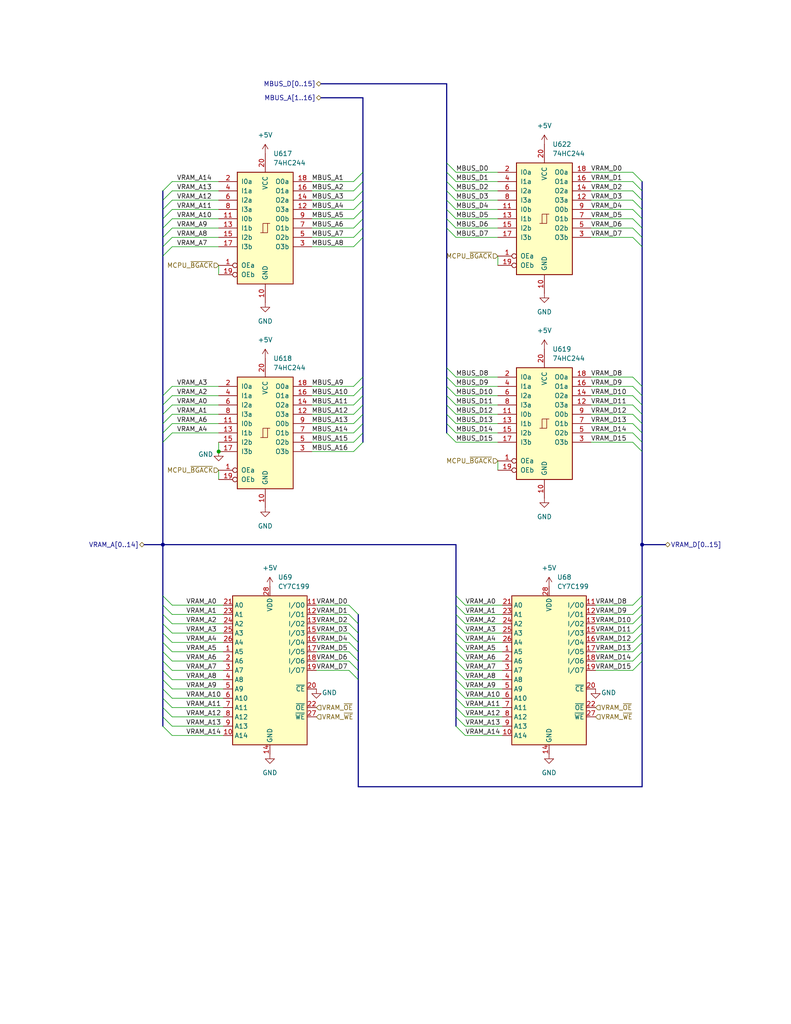
<source format=kicad_sch>
(kicad_sch (version 20231120) (generator "eeschema") (generator_version "8.0")
  (paper "A" portrait)
  (title_block (title "RA9704, Video RAM") (date "2024-12-29") (rev "002") (company "Coin-Op Collection") (comment 1 "Author: Brandon Arnold") (comment 2 "License: CC BY-NC-SA 4.0"))
  (lib_symbols
    (symbol "power:+5V" (power) (pin_numbers hide) (pin_names (offset 0) hide)
      (property "Value" "+5V" (at 0 3.556 0))
      (symbol "+5V_0_1"
        (polyline (pts (xy -0.762 1.27) (xy 0 2.54)))
        (polyline (pts (xy 0 0) (xy 0 2.54)))
        (polyline (pts (xy 0 2.54) (xy 0.762 1.27)))
      )
      (symbol "+5V_1_1"
        (pin power_in line (at 0 0 90) (length 0) (name "~") (number "1"))
      )
    )
    (symbol "power:GND" (power) (pin_numbers hide) (pin_names (offset 0) hide)
      (property "Value" "GND" (at 0 -3.81 0))
      (symbol "GND_0_1"
        (polyline (pts (xy 0 0) (xy 0 -1.27) (xy 1.27 -1.27) (xy 0 -2.54) (xy -1.27 -1.27) (xy 0 -1.27)))
      )
      (symbol "GND_1_1"
        (pin power_in line (at 0 0 270) (length 0) (name "~") (number "1"))
      )
    )
    (symbol "ra9704:74HC244" (pin_names (offset 1.016))
      (property "Reference" "U" (at -7.62 16.51 0))
      (property "Value" "74HC244" (at -7.62 -16.51 0))
      (symbol "74HC244_1_0"
        (polyline (pts (xy -0.635 -1.27) (xy -0.635 1.27) (xy 0.635 1.27)))
        (polyline (pts (xy -1.27 -1.27) (xy 0.635 -1.27) (xy 0.635 1.27) (xy 1.27 1.27)))
        (pin input inverted (at -12.7 -10.16 0) (length 5.08) (name "OEa") (number "1"))
        (pin power_in line (at 0 -20.32 90) (length 5.08) (name "GND") (number "10"))
        (pin input line (at -12.7 2.54 0) (length 5.08) (name "I0b") (number "11"))
        (pin tri_state line (at 12.7 5.08 180) (length 5.08) (name "O3a") (number "12"))
        (pin input line (at -12.7 0 0) (length 5.08) (name "I1b") (number "13"))
        (pin tri_state line (at 12.7 7.62 180) (length 5.08) (name "O2a") (number "14"))
        (pin input line (at -12.7 -2.54 0) (length 5.08) (name "I2b") (number "15"))
        (pin tri_state line (at 12.7 10.16 180) (length 5.08) (name "O1a") (number "16"))
        (pin input line (at -12.7 -5.08 0) (length 5.08) (name "I3b") (number "17"))
        (pin tri_state line (at 12.7 12.7 180) (length 5.08) (name "O0a") (number "18"))
        (pin input inverted (at -12.7 -12.7 0) (length 5.08) (name "OEb") (number "19"))
        (pin input line (at -12.7 12.7 0) (length 5.08) (name "I0a") (number "2"))
        (pin power_in line (at 0 20.32 270) (length 5.08) (name "VCC") (number "20"))
        (pin tri_state line (at 12.7 -5.08 180) (length 5.08) (name "O3b") (number "3"))
        (pin input line (at -12.7 10.16 0) (length 5.08) (name "I1a") (number "4"))
        (pin tri_state line (at 12.7 -2.54 180) (length 5.08) (name "O2b") (number "5"))
        (pin input line (at -12.7 7.62 0) (length 5.08) (name "I2a") (number "6"))
        (pin tri_state line (at 12.7 0 180) (length 5.08) (name "O1b") (number "7"))
        (pin input line (at -12.7 5.08 0) (length 5.08) (name "I3a") (number "8"))
        (pin tri_state line (at 12.7 2.54 180) (length 5.08) (name "O0b") (number "9"))
      )
      (symbol "74HC244_1_1"
        (rectangle (start -7.62 15.24) (end 7.62 -15.24) (stroke (width 0.254)) (fill (type background)))
      )
    )
    (symbol "ra9704:CY7C199"
      (property "Reference" "U" (at -9.144 21.844 0))
      (property "Value" "CY7C199" (at 8.128 21.844 0))
      (symbol "CY7C199_0_0"
        (pin power_in line (at 0 -22.86 90) (length 2.54) (name "GND") (number "14"))
      )
      (symbol "CY7C199_0_1"
        (rectangle (start -10.16 20.32) (end 10.16 -20.32) (stroke (width 0.254)) (fill (type background)))
      )
      (symbol "CY7C199_1_0"
        (pin power_in line (at 0 22.86 270) (length 2.54) (name "VDD") (number "28"))
      )
      (symbol "CY7C199_1_1"
        (pin input line (at -12.7 5.08 0) (length 2.54) (name "A5") (number "1"))
        (pin input line (at -12.7 -17.78 0) (length 2.54) (name "A14") (number "10"))
        (pin tri_state line (at 12.7 17.78 180) (length 2.54) (name "I/O0") (number "11"))
        (pin tri_state line (at 12.7 15.24 180) (length 2.54) (name "I/O1") (number "12"))
        (pin tri_state line (at 12.7 12.7 180) (length 2.54) (name "I/O2") (number "13"))
        (pin tri_state line (at 12.7 10.16 180) (length 2.54) (name "I/O3") (number "15"))
        (pin tri_state line (at 12.7 7.62 180) (length 2.54) (name "I/O4") (number "16"))
        (pin tri_state line (at 12.7 5.08 180) (length 2.54) (name "I/O5") (number "17"))
        (pin tri_state line (at 12.7 2.54 180) (length 2.54) (name "I/O6") (number "18"))
        (pin tri_state line (at 12.7 0 180) (length 2.54) (name "I/O7") (number "19"))
        (pin input line (at -12.7 2.54 0) (length 2.54) (name "A6") (number "2"))
        (pin input line (at 12.7 -5.08 180) (length 2.54) (name "~{CE}") (number "20"))
        (pin input line (at -12.7 17.78 0) (length 2.54) (name "A0") (number "21"))
        (pin input line (at 12.7 -10.16 180) (length 2.54) (name "~{OE}") (number "22"))
        (pin input line (at -12.7 15.24 0) (length 2.54) (name "A1") (number "23"))
        (pin input line (at -12.7 12.7 0) (length 2.54) (name "A2") (number "24"))
        (pin input line (at -12.7 10.16 0) (length 2.54) (name "A3") (number "25"))
        (pin input line (at -12.7 7.62 0) (length 2.54) (name "A4") (number "26"))
        (pin input line (at 12.7 -12.7 180) (length 2.54) (name "~{WE}") (number "27"))
        (pin input line (at -12.7 0 0) (length 2.54) (name "A7") (number "3"))
        (pin input line (at -12.7 -2.54 0) (length 2.54) (name "A8") (number "4"))
        (pin input line (at -12.7 -5.08 0) (length 2.54) (name "A9") (number "5"))
        (pin input line (at -12.7 -7.62 0) (length 2.54) (name "A10") (number "6"))
        (pin input line (at -12.7 -10.16 0) (length 2.54) (name "A11") (number "7"))
        (pin input line (at -12.7 -12.7 0) (length 2.54) (name "A12") (number "8"))
        (pin input line (at -12.7 -15.24 0) (length 2.54) (name "A13") (number "9"))
      )
    )
  )
  (junction (at 44.45 148.59))
  (junction (at 175.26 148.59))
  (junction (at 59.69 123.19))
  (bus_entry (at 46.99 107.95) (size -2.54 2.54))
  (bus_entry (at 46.99 113.03) (size -2.54 2.54))
  (bus_entry (at 44.45 195.58) (size 2.54 2.54))
  (bus_entry (at 121.92 107.95) (size 2.54 2.54))
  (bus_entry (at 175.26 180.34) (size -2.54 2.54))
  (bus_entry (at 172.72 107.95) (size 2.54 2.54))
  (bus_entry (at 46.99 52.07) (size -2.54 2.54))
  (bus_entry (at 172.72 113.03) (size 2.54 2.54))
  (bus_entry (at 172.72 105.41) (size 2.54 2.54))
  (bus_entry (at 99.06 52.07) (size -2.54 2.54))
  (bus_entry (at 46.99 54.61) (size -2.54 2.54))
  (bus_entry (at 46.99 64.77) (size -2.54 2.54))
  (bus_entry (at 121.92 105.41) (size 2.54 2.54))
  (bus_entry (at 95.25 182.88) (size 2.54 2.54))
  (bus_entry (at 121.92 54.61) (size 2.54 2.54))
  (bus_entry (at 175.26 165.1) (size -2.54 2.54))
  (bus_entry (at 95.25 167.64) (size 2.54 2.54))
  (bus_entry (at 172.72 49.53) (size 2.54 2.54))
  (bus_entry (at 99.06 54.61) (size -2.54 2.54))
  (bus_entry (at 121.92 115.57) (size 2.54 2.54))
  (bus_entry (at 172.72 59.69) (size 2.54 2.54))
  (bus_entry (at 124.46 177.8) (size 2.54 2.54))
  (bus_entry (at 172.72 118.11) (size 2.54 2.54))
  (bus_entry (at 99.06 115.57) (size -2.54 2.54))
  (bus_entry (at 121.92 62.23) (size 2.54 2.54))
  (bus_entry (at 172.72 54.61) (size 2.54 2.54))
  (bus_entry (at 95.25 170.18) (size 2.54 2.54))
  (bus_entry (at 172.72 115.57) (size 2.54 2.54))
  (bus_entry (at 121.92 102.87) (size 2.54 2.54))
  (bus_entry (at 46.99 118.11) (size -2.54 2.54))
  (bus_entry (at 46.99 59.69) (size -2.54 2.54))
  (bus_entry (at 124.46 162.56) (size 2.54 2.54))
  (bus_entry (at 99.06 46.99) (size -2.54 2.54))
  (bus_entry (at 95.25 177.8) (size 2.54 2.54))
  (bus_entry (at 95.25 175.26) (size 2.54 2.54))
  (bus_entry (at 99.06 105.41) (size -2.54 2.54))
  (bus_entry (at 99.06 59.69) (size -2.54 2.54))
  (bus_entry (at 124.46 172.72) (size 2.54 2.54))
  (bus_entry (at 124.46 187.96) (size 2.54 2.54))
  (bus_entry (at 172.72 110.49) (size 2.54 2.54))
  (bus_entry (at 124.46 195.58) (size 2.54 2.54))
  (bus_entry (at 121.92 44.45) (size 2.54 2.54))
  (bus_entry (at 124.46 182.88) (size 2.54 2.54))
  (bus_entry (at 172.72 52.07) (size 2.54 2.54))
  (bus_entry (at 99.06 57.15) (size -2.54 2.54))
  (bus_entry (at 124.46 175.26) (size 2.54 2.54))
  (bus_entry (at 95.25 172.72) (size 2.54 2.54))
  (bus_entry (at 124.46 170.18) (size 2.54 2.54))
  (bus_entry (at 99.06 113.03) (size -2.54 2.54))
  (bus_entry (at 172.72 102.87) (size 2.54 2.54))
  (bus_entry (at 99.06 110.49) (size -2.54 2.54))
  (bus_entry (at 121.92 57.15) (size 2.54 2.54))
  (bus_entry (at 121.92 46.99) (size 2.54 2.54))
  (bus_entry (at 175.26 170.18) (size -2.54 2.54))
  (bus_entry (at 44.45 180.34) (size 2.54 2.54))
  (bus_entry (at 46.99 62.23) (size -2.54 2.54))
  (bus_entry (at 172.72 120.65) (size 2.54 2.54))
  (bus_entry (at 46.99 67.31) (size -2.54 2.54))
  (bus_entry (at 44.45 185.42) (size 2.54 2.54))
  (bus_entry (at 121.92 59.69) (size 2.54 2.54))
  (bus_entry (at 121.92 52.07) (size 2.54 2.54))
  (bus_entry (at 124.46 193.04) (size 2.54 2.54))
  (bus_entry (at 175.26 167.64) (size -2.54 2.54))
  (bus_entry (at 124.46 167.64) (size 2.54 2.54))
  (bus_entry (at 124.46 185.42) (size 2.54 2.54))
  (bus_entry (at 99.06 62.23) (size -2.54 2.54))
  (bus_entry (at 99.06 118.11) (size -2.54 2.54))
  (bus_entry (at 124.46 198.12) (size 2.54 2.54))
  (bus_entry (at 46.99 49.53) (size -2.54 2.54))
  (bus_entry (at 121.92 113.03) (size 2.54 2.54))
  (bus_entry (at 172.72 57.15) (size 2.54 2.54))
  (bus_entry (at 175.26 177.8) (size -2.54 2.54))
  (bus_entry (at 44.45 193.04) (size 2.54 2.54))
  (bus_entry (at 99.06 107.95) (size -2.54 2.54))
  (bus_entry (at 172.72 62.23) (size 2.54 2.54))
  (bus_entry (at 46.99 110.49) (size -2.54 2.54))
  (bus_entry (at 46.99 57.15) (size -2.54 2.54))
  (bus_entry (at 124.46 180.34) (size 2.54 2.54))
  (bus_entry (at 95.25 165.1) (size 2.54 2.54))
  (bus_entry (at 99.06 64.77) (size -2.54 2.54))
  (bus_entry (at 121.92 49.53) (size 2.54 2.54))
  (bus_entry (at 95.25 180.34) (size 2.54 2.54))
  (bus_entry (at 175.26 162.56) (size -2.54 2.54))
  (bus_entry (at 44.45 170.18) (size 2.54 2.54))
  (bus_entry (at 99.06 49.53) (size -2.54 2.54))
  (bus_entry (at 44.45 190.5) (size 2.54 2.54))
  (bus_entry (at 175.26 172.72) (size -2.54 2.54))
  (bus_entry (at 44.45 162.56) (size 2.54 2.54))
  (bus_entry (at 44.45 167.64) (size 2.54 2.54))
  (bus_entry (at 46.99 115.57) (size -2.54 2.54))
  (bus_entry (at 44.45 177.8) (size 2.54 2.54))
  (bus_entry (at 44.45 182.88) (size 2.54 2.54))
  (bus_entry (at 175.26 175.26) (size -2.54 2.54))
  (bus_entry (at 44.45 175.26) (size 2.54 2.54))
  (bus_entry (at 172.72 46.99) (size 2.54 2.54))
  (bus_entry (at 124.46 165.1) (size 2.54 2.54))
  (bus_entry (at 121.92 118.11) (size 2.54 2.54))
  (bus_entry (at 44.45 172.72) (size 2.54 2.54))
  (bus_entry (at 124.46 190.5) (size 2.54 2.54))
  (bus_entry (at 99.06 102.87) (size -2.54 2.54))
  (bus_entry (at 44.45 187.96) (size 2.54 2.54))
  (bus_entry (at 99.06 120.65) (size -2.54 2.54))
  (bus_entry (at 44.45 198.12) (size 2.54 2.54))
  (bus_entry (at 46.99 105.41) (size -2.54 2.54))
  (bus_entry (at 121.92 110.49) (size 2.54 2.54))
  (bus_entry (at 121.92 100.33) (size 2.54 2.54))
  (bus_entry (at 44.45 165.1) (size 2.54 2.54))
  (bus_entry (at 172.72 64.77) (size 2.54 2.54))
  (bus (pts (xy 99.06 105.41) (xy 99.06 102.87)))
  (bus (pts (xy 121.92 118.11) (xy 121.92 115.57)))
  (wire (pts (xy 46.99 182.88) (xy 60.96 182.88)))
  (wire (pts (xy 46.99 64.77) (xy 59.69 64.77)))
  (wire (pts (xy 85.09 64.77) (xy 96.52 64.77)))
  (wire (pts (xy 127 167.64) (xy 137.16 167.64)))
  (bus (pts (xy 124.46 182.88) (xy 124.46 185.42)))
  (bus (pts (xy 44.45 69.85) (xy 44.45 107.95)))
  (bus (pts (xy 175.26 105.41) (xy 175.26 107.95)))
  (bus (pts (xy 99.06 64.77) (xy 99.06 62.23)))
  (wire (pts (xy 85.09 67.31) (xy 96.52 67.31)))
  (bus (pts (xy 175.26 59.69) (xy 175.26 62.23)))
  (bus (pts (xy 44.45 113.03) (xy 44.45 115.57)))
  (bus (pts (xy 175.26 54.61) (xy 175.26 57.15)))
  (wire (pts (xy 124.46 107.95) (xy 135.89 107.95)))
  (wire (pts (xy 46.99 105.41) (xy 59.69 105.41)))
  (bus (pts (xy 175.26 110.49) (xy 175.26 113.03)))
  (wire (pts (xy 135.89 128.27) (xy 135.89 125.73)))
  (wire (pts (xy 86.36 182.88) (xy 95.25 182.88)))
  (wire (pts (xy 46.99 59.69) (xy 59.69 59.69)))
  (wire (pts (xy 124.46 54.61) (xy 135.89 54.61)))
  (bus (pts (xy 44.45 59.69) (xy 44.45 62.23)))
  (bus (pts (xy 44.45 170.18) (xy 44.45 172.72)))
  (wire (pts (xy 46.99 110.49) (xy 59.69 110.49)))
  (bus (pts (xy 44.45 180.34) (xy 44.45 182.88)))
  (wire (pts (xy 124.46 52.07) (xy 135.89 52.07)))
  (bus (pts (xy 44.45 120.65) (xy 44.45 148.59)))
  (bus (pts (xy 99.06 120.65) (xy 99.06 118.11)))
  (wire (pts (xy 161.29 120.65) (xy 172.72 120.65)))
  (bus (pts (xy 175.26 62.23) (xy 175.26 64.77)))
  (bus (pts (xy 175.26 175.26) (xy 175.26 177.8)))
  (wire (pts (xy 161.29 52.07) (xy 172.72 52.07)))
  (wire (pts (xy 124.46 118.11) (xy 135.89 118.11)))
  (wire (pts (xy 46.99 177.8) (xy 60.96 177.8)))
  (wire (pts (xy 46.99 187.96) (xy 60.96 187.96)))
  (bus (pts (xy 121.92 59.69) (xy 121.92 57.15)))
  (bus (pts (xy 121.92 62.23) (xy 121.92 59.69)))
  (wire (pts (xy 86.36 165.1) (xy 95.25 165.1)))
  (wire (pts (xy 162.56 172.72) (xy 172.72 172.72)))
  (bus (pts (xy 97.79 214.63) (xy 175.26 214.63)))
  (wire (pts (xy 46.99 165.1) (xy 60.96 165.1)))
  (wire (pts (xy 46.99 170.18) (xy 60.96 170.18)))
  (bus (pts (xy 121.92 110.49) (xy 121.92 107.95)))
  (wire (pts (xy 127 198.12) (xy 137.16 198.12)))
  (bus (pts (xy 44.45 54.61) (xy 44.45 57.15)))
  (wire (pts (xy 161.29 105.41) (xy 172.72 105.41)))
  (bus (pts (xy 44.45 167.64) (xy 44.45 170.18)))
  (wire (pts (xy 46.99 180.34) (xy 60.96 180.34)))
  (wire (pts (xy 162.56 165.1) (xy 172.72 165.1)))
  (bus (pts (xy 99.06 115.57) (xy 99.06 113.03)))
  (bus (pts (xy 121.92 44.45) (xy 121.92 22.86)))
  (wire (pts (xy 162.56 182.88) (xy 172.72 182.88)))
  (wire (pts (xy 161.29 57.15) (xy 172.72 57.15)))
  (bus (pts (xy 175.26 165.1) (xy 175.26 167.64)))
  (wire (pts (xy 161.29 118.11) (xy 172.72 118.11)))
  (bus (pts (xy 124.46 148.59) (xy 124.46 162.56)))
  (wire (pts (xy 59.69 120.65) (xy 59.69 123.19)))
  (wire (pts (xy 85.09 118.11) (xy 96.52 118.11)))
  (bus (pts (xy 99.06 59.69) (xy 99.06 57.15)))
  (bus (pts (xy 124.46 148.59) (xy 44.45 148.59)))
  (bus (pts (xy 175.26 172.72) (xy 175.26 175.26)))
  (bus (pts (xy 44.45 182.88) (xy 44.45 185.42)))
  (bus (pts (xy 99.06 57.15) (xy 99.06 54.61)))
  (wire (pts (xy 161.29 110.49) (xy 172.72 110.49)))
  (bus (pts (xy 99.06 46.99) (xy 99.06 26.67)))
  (bus (pts (xy 121.92 46.99) (xy 121.92 44.45)))
  (bus (pts (xy 44.45 62.23) (xy 44.45 64.77)))
  (bus (pts (xy 121.92 57.15) (xy 121.92 54.61)))
  (bus (pts (xy 44.45 175.26) (xy 44.45 177.8)))
  (wire (pts (xy 85.09 110.49) (xy 96.52 110.49)))
  (bus (pts (xy 121.92 100.33) (xy 121.92 62.23)))
  (wire (pts (xy 86.36 175.26) (xy 95.25 175.26)))
  (wire (pts (xy 124.46 64.77) (xy 135.89 64.77)))
  (bus (pts (xy 124.46 193.04) (xy 124.46 195.58)))
  (bus (pts (xy 175.26 148.59) (xy 175.26 162.56)))
  (bus (pts (xy 124.46 165.1) (xy 124.46 167.64)))
  (wire (pts (xy 161.29 59.69) (xy 172.72 59.69)))
  (wire (pts (xy 127 190.5) (xy 137.16 190.5)))
  (wire (pts (xy 135.89 69.85) (xy 135.89 72.39)))
  (wire (pts (xy 59.69 128.27) (xy 59.69 130.81)))
  (bus (pts (xy 97.79 180.34) (xy 97.79 182.88)))
  (wire (pts (xy 127 175.26) (xy 137.16 175.26)))
  (wire (pts (xy 124.46 49.53) (xy 135.89 49.53)))
  (bus (pts (xy 124.46 180.34) (xy 124.46 182.88)))
  (wire (pts (xy 161.29 115.57) (xy 172.72 115.57)))
  (bus (pts (xy 175.26 113.03) (xy 175.26 115.57)))
  (bus (pts (xy 39.37 148.59) (xy 44.45 148.59)))
  (wire (pts (xy 127 193.04) (xy 137.16 193.04)))
  (bus (pts (xy 44.45 67.31) (xy 44.45 69.85)))
  (bus (pts (xy 44.45 57.15) (xy 44.45 59.69)))
  (wire (pts (xy 162.56 170.18) (xy 172.72 170.18)))
  (wire (pts (xy 85.09 123.19) (xy 96.52 123.19)))
  (wire (pts (xy 161.29 102.87) (xy 172.72 102.87)))
  (bus (pts (xy 99.06 54.61) (xy 99.06 52.07)))
  (wire (pts (xy 85.09 57.15) (xy 96.52 57.15)))
  (wire (pts (xy 46.99 175.26) (xy 60.96 175.26)))
  (wire (pts (xy 85.09 105.41) (xy 96.52 105.41)))
  (wire (pts (xy 46.99 193.04) (xy 60.96 193.04)))
  (wire (pts (xy 46.99 49.53) (xy 59.69 49.53)))
  (bus (pts (xy 44.45 165.1) (xy 44.45 167.64)))
  (wire (pts (xy 127 187.96) (xy 137.16 187.96)))
  (bus (pts (xy 99.06 62.23) (xy 99.06 59.69)))
  (bus (pts (xy 99.06 49.53) (xy 99.06 46.99)))
  (wire (pts (xy 127 182.88) (xy 137.16 182.88)))
  (bus (pts (xy 175.26 148.59) (xy 181.61 148.59)))
  (wire (pts (xy 46.99 54.61) (xy 59.69 54.61)))
  (bus (pts (xy 124.46 172.72) (xy 124.46 175.26)))
  (wire (pts (xy 85.09 49.53) (xy 96.52 49.53)))
  (bus (pts (xy 44.45 64.77) (xy 44.45 67.31)))
  (bus (pts (xy 121.92 113.03) (xy 121.92 110.49)))
  (wire (pts (xy 161.29 62.23) (xy 172.72 62.23)))
  (bus (pts (xy 175.26 123.19) (xy 175.26 148.59)))
  (bus (pts (xy 97.79 185.42) (xy 97.79 214.63)))
  (wire (pts (xy 127 195.58) (xy 137.16 195.58)))
  (bus (pts (xy 99.06 102.87) (xy 99.06 64.77)))
  (wire (pts (xy 124.46 62.23) (xy 135.89 62.23)))
  (wire (pts (xy 46.99 167.64) (xy 60.96 167.64)))
  (bus (pts (xy 175.26 177.8) (xy 175.26 180.34)))
  (bus (pts (xy 124.46 185.42) (xy 124.46 187.96)))
  (wire (pts (xy 86.36 167.64) (xy 95.25 167.64)))
  (bus (pts (xy 44.45 187.96) (xy 44.45 190.5)))
  (wire (pts (xy 85.09 115.57) (xy 96.52 115.57)))
  (wire (pts (xy 46.99 115.57) (xy 59.69 115.57)))
  (bus (pts (xy 175.26 52.07) (xy 175.26 54.61)))
  (bus (pts (xy 124.46 162.56) (xy 124.46 165.1)))
  (wire (pts (xy 161.29 49.53) (xy 172.72 49.53)))
  (wire (pts (xy 46.99 172.72) (xy 60.96 172.72)))
  (wire (pts (xy 85.09 62.23) (xy 96.52 62.23)))
  (wire (pts (xy 46.99 62.23) (xy 59.69 62.23)))
  (wire (pts (xy 162.56 177.8) (xy 172.72 177.8)))
  (wire (pts (xy 127 165.1) (xy 137.16 165.1)))
  (bus (pts (xy 44.45 190.5) (xy 44.45 193.04)))
  (bus (pts (xy 44.45 52.07) (xy 44.45 54.61)))
  (bus (pts (xy 124.46 190.5) (xy 124.46 193.04)))
  (bus (pts (xy 97.79 172.72) (xy 97.79 175.26)))
  (bus (pts (xy 121.92 52.07) (xy 121.92 49.53)))
  (bus (pts (xy 121.92 107.95) (xy 121.92 105.41)))
  (bus (pts (xy 99.06 52.07) (xy 99.06 49.53)))
  (bus (pts (xy 97.79 177.8) (xy 97.79 180.34)))
  (wire (pts (xy 85.09 120.65) (xy 96.52 120.65)))
  (wire (pts (xy 124.46 105.41) (xy 135.89 105.41)))
  (wire (pts (xy 86.36 177.8) (xy 95.25 177.8)))
  (wire (pts (xy 161.29 113.03) (xy 172.72 113.03)))
  (wire (pts (xy 124.46 115.57) (xy 135.89 115.57)))
  (bus (pts (xy 175.26 120.65) (xy 175.26 123.19)))
  (wire (pts (xy 161.29 107.95) (xy 172.72 107.95)))
  (wire (pts (xy 124.46 57.15) (xy 135.89 57.15)))
  (wire (pts (xy 46.99 190.5) (xy 60.96 190.5)))
  (wire (pts (xy 46.99 200.66) (xy 60.96 200.66)))
  (bus (pts (xy 97.79 170.18) (xy 97.79 172.72)))
  (bus (pts (xy 99.06 118.11) (xy 99.06 115.57)))
  (bus (pts (xy 99.06 107.95) (xy 99.06 105.41)))
  (bus (pts (xy 99.06 113.03) (xy 99.06 110.49)))
  (wire (pts (xy 85.09 107.95) (xy 96.52 107.95)))
  (bus (pts (xy 44.45 162.56) (xy 44.45 165.1)))
  (wire (pts (xy 46.99 185.42) (xy 60.96 185.42)))
  (wire (pts (xy 124.46 102.87) (xy 135.89 102.87)))
  (bus (pts (xy 97.79 175.26) (xy 97.79 177.8)))
  (wire (pts (xy 86.36 172.72) (xy 95.25 172.72)))
  (bus (pts (xy 175.26 107.95) (xy 175.26 110.49)))
  (bus (pts (xy 124.46 175.26) (xy 124.46 177.8)))
  (wire (pts (xy 46.99 52.07) (xy 59.69 52.07)))
  (bus (pts (xy 121.92 105.41) (xy 121.92 102.87)))
  (wire (pts (xy 124.46 46.99) (xy 135.89 46.99)))
  (bus (pts (xy 44.45 107.95) (xy 44.45 110.49)))
  (bus (pts (xy 121.92 54.61) (xy 121.92 52.07)))
  (wire (pts (xy 85.09 113.03) (xy 96.52 113.03)))
  (wire (pts (xy 162.56 180.34) (xy 172.72 180.34)))
  (bus (pts (xy 44.45 195.58) (xy 44.45 198.12)))
  (wire (pts (xy 124.46 120.65) (xy 135.89 120.65)))
  (bus (pts (xy 175.26 64.77) (xy 175.26 67.31)))
  (bus (pts (xy 175.26 57.15) (xy 175.26 59.69)))
  (bus (pts (xy 87.63 22.86) (xy 121.92 22.86)))
  (bus (pts (xy 44.45 193.04) (xy 44.45 195.58)))
  (bus (pts (xy 44.45 177.8) (xy 44.45 180.34)))
  (bus (pts (xy 175.26 115.57) (xy 175.26 118.11)))
  (bus (pts (xy 121.92 115.57) (xy 121.92 113.03)))
  (wire (pts (xy 124.46 113.03) (xy 135.89 113.03)))
  (bus (pts (xy 124.46 170.18) (xy 124.46 172.72)))
  (wire (pts (xy 124.46 110.49) (xy 135.89 110.49)))
  (bus (pts (xy 175.26 170.18) (xy 175.26 172.72)))
  (wire (pts (xy 162.56 167.64) (xy 172.72 167.64)))
  (bus (pts (xy 87.63 26.67) (xy 99.06 26.67)))
  (wire (pts (xy 86.36 180.34) (xy 95.25 180.34)))
  (bus (pts (xy 124.46 187.96) (xy 124.46 190.5)))
  (wire (pts (xy 127 170.18) (xy 137.16 170.18)))
  (bus (pts (xy 175.26 49.53) (xy 175.26 52.07)))
  (wire (pts (xy 46.99 195.58) (xy 60.96 195.58)))
  (wire (pts (xy 46.99 67.31) (xy 59.69 67.31)))
  (wire (pts (xy 46.99 113.03) (xy 59.69 113.03)))
  (bus (pts (xy 175.26 162.56) (xy 175.26 165.1)))
  (wire (pts (xy 46.99 57.15) (xy 59.69 57.15)))
  (wire (pts (xy 46.99 118.11) (xy 59.69 118.11)))
  (bus (pts (xy 124.46 177.8) (xy 124.46 180.34)))
  (wire (pts (xy 127 185.42) (xy 137.16 185.42)))
  (wire (pts (xy 59.69 72.39) (xy 59.69 74.93)))
  (wire (pts (xy 162.56 175.26) (xy 172.72 175.26)))
  (bus (pts (xy 175.26 167.64) (xy 175.26 170.18)))
  (bus (pts (xy 44.45 172.72) (xy 44.45 175.26)))
  (bus (pts (xy 121.92 49.53) (xy 121.92 46.99)))
  (bus (pts (xy 121.92 102.87) (xy 121.92 100.33)))
  (wire (pts (xy 46.99 107.95) (xy 59.69 107.95)))
  (wire (pts (xy 124.46 59.69) (xy 135.89 59.69)))
  (bus (pts (xy 124.46 195.58) (xy 124.46 198.12)))
  (bus (pts (xy 44.45 115.57) (xy 44.45 118.11)))
  (wire (pts (xy 161.29 54.61) (xy 172.72 54.61)))
  (bus (pts (xy 99.06 110.49) (xy 99.06 107.95)))
  (wire (pts (xy 161.29 64.77) (xy 172.72 64.77)))
  (wire (pts (xy 127 172.72) (xy 137.16 172.72)))
  (bus (pts (xy 124.46 167.64) (xy 124.46 170.18)))
  (bus (pts (xy 44.45 118.11) (xy 44.45 120.65)))
  (wire (pts (xy 86.36 170.18) (xy 95.25 170.18)))
  (wire (pts (xy 127 177.8) (xy 137.16 177.8)))
  (bus (pts (xy 175.26 214.63) (xy 175.26 180.34)))
  (wire (pts (xy 127 180.34) (xy 137.16 180.34)))
  (bus (pts (xy 44.45 185.42) (xy 44.45 187.96)))
  (wire (pts (xy 46.99 198.12) (xy 60.96 198.12)))
  (bus (pts (xy 175.26 118.11) (xy 175.26 120.65)))
  (bus (pts (xy 97.79 182.88) (xy 97.79 185.42)))
  (wire (pts (xy 85.09 59.69) (xy 96.52 59.69)))
  (wire (pts (xy 85.09 54.61) (xy 96.52 54.61)))
  (wire (pts (xy 85.09 52.07) (xy 96.52 52.07)))
  (bus (pts (xy 44.45 110.49) (xy 44.45 113.03)))
  (bus (pts (xy 97.79 167.64) (xy 97.79 170.18)))
  (wire (pts (xy 127 200.66) (xy 137.16 200.66)))
  (bus (pts (xy 175.26 67.31) (xy 175.26 105.41)))
  (wire (pts (xy 161.29 46.99) (xy 172.72 46.99)))
  (bus (pts (xy 44.45 148.59) (xy 44.45 162.56)))
  (label "MBUS_A14" (at 85.09 118.11 0))
  (label "VRAM_A12" (at 50.8 195.58 0))
  (label "VRAM_A14" (at 48.26 49.53 0))
  (label "VRAM_D11" (at 161.29 110.49 0))
  (label "VRAM_A5" (at 50.8 177.8 0))
  (label "MBUS_D2" (at 124.46 52.07 0))
  (label "VRAM_A9" (at 50.8 187.96 0))
  (label "VRAM_D1" (at 86.36 167.64 0))
  (label "MBUS_A12" (at 85.09 113.03 0))
  (label "VRAM_A10" (at 48.26 59.69 0))
  (label "VRAM_A1" (at 50.8 167.64 0))
  (label "VRAM_A11" (at 127 193.04 0))
  (label "MBUS_A13" (at 85.09 115.57 0))
  (label "MBUS_D4" (at 124.46 57.15 0))
  (label "VRAM_D4" (at 86.36 175.26 0))
  (label "VRAM_A12" (at 48.26 54.61 0))
  (label "VRAM_D12" (at 162.56 175.26 0))
  (label "VRAM_D14" (at 161.29 118.11 0))
  (label "MBUS_A16" (at 85.09 123.19 0))
  (label "MBUS_D8" (at 124.46 102.87 0))
  (label "VRAM_D5" (at 86.36 177.8 0))
  (label "MBUS_A9" (at 85.09 105.41 0))
  (label "VRAM_D8" (at 162.56 165.1 0))
  (label "VRAM_A11" (at 50.8 193.04 0))
  (label "MBUS_A4" (at 85.09 57.15 0))
  (label "MBUS_D10" (at 124.46 107.95 0))
  (label "VRAM_D1" (at 161.29 49.53 0))
  (label "VRAM_D12" (at 161.29 113.03 0))
  (label "VRAM_D13" (at 161.29 115.57 0))
  (label "VRAM_A7" (at 127 182.88 0))
  (label "VRAM_A6" (at 48.26 115.57 0))
  (label "MBUS_D12" (at 124.46 113.03 0))
  (label "MBUS_D1" (at 124.46 49.53 0))
  (label "MBUS_A5" (at 85.09 59.69 0))
  (label "VRAM_A0" (at 127 165.1 0))
  (label "MBUS_D11" (at 124.46 110.49 0))
  (label "VRAM_D3" (at 86.36 172.72 0))
  (label "VRAM_A2" (at 50.8 170.18 0))
  (label "VRAM_D7" (at 86.36 182.88 0))
  (label "VRAM_A8" (at 127 185.42 0))
  (label "VRAM_D8" (at 161.29 102.87 0))
  (label "VRAM_D2" (at 161.29 52.07 0))
  (label "VRAM_D2" (at 86.36 170.18 0))
  (label "VRAM_A3" (at 50.8 172.72 0))
  (label "VRAM_D3" (at 161.29 54.61 0))
  (label "VRAM_A8" (at 48.26 64.77 0))
  (label "VRAM_D10" (at 161.29 107.95 0))
  (label "VRAM_A1" (at 127 167.64 0))
  (label "VRAM_D15" (at 162.56 182.88 0))
  (label "VRAM_A9" (at 48.26 62.23 0))
  (label "VRAM_A4" (at 50.8 175.26 0))
  (label "MBUS_A7" (at 85.09 64.77 0))
  (label "MBUS_A15" (at 85.09 120.65 0))
  (label "VRAM_A3" (at 127 172.72 0))
  (label "VRAM_D5" (at 161.29 59.69 0))
  (label "MBUS_A3" (at 85.09 54.61 0))
  (label "VRAM_D6" (at 86.36 180.34 0))
  (label "VRAM_A0" (at 50.8 165.1 0))
  (label "VRAM_A7" (at 50.8 182.88 0))
  (label "VRAM_D0" (at 161.29 46.99 0))
  (label "MBUS_D3" (at 124.46 54.61 0))
  (label "VRAM_A0" (at 48.26 110.49 0))
  (label "VRAM_D9" (at 161.29 105.41 0))
  (label "VRAM_A13" (at 127 198.12 0))
  (label "VRAM_A10" (at 50.8 190.5 0))
  (label "VRAM_D9" (at 162.56 167.64 0))
  (label "MBUS_D7" (at 124.46 64.77 0))
  (label "VRAM_A10" (at 127 190.5 0))
  (label "VRAM_A12" (at 127 195.58 0))
  (label "MBUS_A8" (at 85.09 67.31 0))
  (label "VRAM_A6" (at 127 180.34 0))
  (label "VRAM_A13" (at 50.8 198.12 0))
  (label "VRAM_A4" (at 127 175.26 0))
  (label "MBUS_D14" (at 124.46 118.11 0))
  (label "MBUS_A1" (at 85.09 49.53 0))
  (label "MBUS_A6" (at 85.09 62.23 0))
  (label "VRAM_A7" (at 48.26 67.31 0))
  (label "VRAM_A2" (at 48.26 107.95 0))
  (label "MBUS_D9" (at 124.46 105.41 0))
  (label "VRAM_A14" (at 127 200.66 0))
  (label "VRAM_D14" (at 162.56 180.34 0))
  (label "VRAM_A2" (at 127 170.18 0))
  (label "VRAM_D13" (at 162.56 177.8 0))
  (label "VRAM_A9" (at 127 187.96 0))
  (label "VRAM_A8" (at 50.8 185.42 0))
  (label "VRAM_D10" (at 162.56 170.18 0))
  (label "MBUS_D15" (at 124.46 120.65 0))
  (label "VRAM_D0" (at 86.36 165.1 0))
  (label "VRAM_D6" (at 161.29 62.23 0))
  (label "MBUS_D13" (at 124.46 115.57 0))
  (label "VRAM_D11" (at 162.56 172.72 0))
  (label "MBUS_D6" (at 124.46 62.23 0))
  (label "VRAM_A5" (at 127 177.8 0))
  (label "MBUS_D0" (at 124.46 46.99 0))
  (label "VRAM_D15" (at 161.29 120.65 0))
  (label "MBUS_A11" (at 85.09 110.49 0))
  (label "MBUS_A10" (at 85.09 107.95 0))
  (label "VRAM_D7" (at 161.29 64.77 0))
  (label "VRAM_A11" (at 48.26 57.15 0))
  (label "VRAM_A3" (at 48.26 105.41 0))
  (label "VRAM_D4" (at 161.29 57.15 0))
  (label "MBUS_A2" (at 85.09 52.07 0))
  (label "VRAM_A14" (at 50.8 200.66 0))
  (label "MBUS_D5" (at 124.46 59.69 0))
  (label "VRAM_A4" (at 48.26 118.11 0))
  (label "VRAM_A6" (at 50.8 180.34 0))
  (label "VRAM_A13" (at 48.26 52.07 0))
  (label "VRAM_A1" (at 48.26 113.03 0))
  (hierarchical_label "VRAM_~{WE}" (shape input) (at 162.56 195.58 0))
  (hierarchical_label "VRAM_A[0..14]" (shape bidirectional) (at 39.37 148.59 180))
  (hierarchical_label "MCPU_~{BGACK}" (shape input) (at 59.69 72.39 180))
  (hierarchical_label "MCPU_~{BGACK}" (shape input) (at 135.89 125.73 180))
  (hierarchical_label "VRAM_D[0..15]" (shape bidirectional) (at 181.61 148.59 0))
  (hierarchical_label "VRAM_~{WE}" (shape input) (at 86.36 195.58 0))
  (hierarchical_label "VRAM_~{OE}" (shape input) (at 162.56 193.04 0))
  (hierarchical_label "MBUS_D[0..15]" (shape bidirectional) (at 87.63 22.86 180))
  (hierarchical_label "MCPU_~{BGACK}" (shape input) (at 59.69 128.27 180))
  (hierarchical_label "VRAM_~{OE}" (shape input) (at 86.36 193.04 0))
  (hierarchical_label "MBUS_A[1..16]" (shape bidirectional) (at 87.63 26.67 180))
  (hierarchical_label "MCPU_~{BGACK}" (shape input) (at 135.89 69.85 180))
  (symbol (lib_id "power:GND") (at 162.56 187.96 0) (unit 1)
    (property "Reference" "#PWR0182" (effects (hide yes)))
    (property "Value" "GND" (at 166.116 188.976 0))
    (property "Description" "Power symbol creates a global label with name \"GND\" , ground" (effects (hide yes)))
  )
  (symbol (lib_id "power:+5V") (at 149.86 160.02 0) (unit 1)
    (property "Reference" "#PWR0177" (effects (hide yes)))
    (property "Value" "+5V" (at 149.86 154.94 0))
    (property "Description" "Power symbol creates a global label with name \"+5V\"" (effects (hide yes)))
  )
  (symbol (lib_id "power:GND") (at 148.59 135.89 0) (unit 1)
    (property "Reference" "#PWR0137" (effects (hide yes)))
    (property "Value" "GND" (at 148.59 140.97 0))
    (property "Description" "Power symbol creates a global label with name \"GND\" , ground" (effects (hide yes)))
  )
  (symbol (lib_id "power:GND") (at 148.59 80.01 0) (unit 1)
    (property "Reference" "#PWR098" (effects (hide yes)))
    (property "Value" "GND" (at 148.59 85.09 0))
    (property "Description" "Power symbol creates a global label with name \"GND\" , ground" (effects (hide yes)))
  )
  (symbol (lib_id "power:+5V") (at 72.39 41.91 0) (unit 1)
    (property "Reference" "#PWR033" (effects (hide yes)))
    (property "Value" "+5V" (at 72.39 36.83 0))
    (property "Description" "Power symbol creates a global label with name \"+5V\"" (effects (hide yes)))
  )
  (symbol (lib_id "power:GND") (at 73.66 205.74 0) (unit 1)
    (property "Reference" "#PWR052" (effects (hide yes)))
    (property "Value" "GND" (at 73.66 210.82 0))
    (property "Description" "Power symbol creates a global label with name \"GND\" , ground" (effects (hide yes)))
  )
  (symbol (lib_id "power:GND") (at 149.86 205.74 0) (unit 1)
    (property "Reference" "#PWR0181" (effects (hide yes)))
    (property "Value" "GND" (at 149.86 210.82 0))
    (property "Description" "Power symbol creates a global label with name \"GND\" , ground" (effects (hide yes)))
  )
  (symbol (lib_id "ra9704:74HC244") (at 148.59 59.69 0) (unit 1)
    (property "Reference" "U622" (at 150.7841 39.37 0) (effects (justify left)))
    (property "Value" "74HC244" (at 150.7841 41.91 0) (effects (justify left)))
    (property "Footprint" "ra9704:DIP-20_W7.62mm" (effects (hide yes)))
    (property "Datasheet" "https://static.brandonarnold.com/projects/batrider/MC54HC244AJ.pdf" (effects (hide yes)))
    (property "Description" "Octal 3-State Noninverting Buffer/Line Driver/Line Receiver" (effects (hide yes)))
  )
  (symbol (lib_id "ra9704:CY7C199") (at 149.86 182.88 0) (unit 1)
    (property "Reference" "U68" (at 152.0541 157.48 0) (effects (justify left)))
    (property "Value" "CY7C199" (at 152.0541 160.02 0) (effects (justify left)))
    (property "Footprint" "ra9704:DIP-28_W7.62mm" (effects (hide yes)))
    (property "Datasheet" "https://static.brandonarnold.com/projects/batrider/CY7C199.PDF" (effects (hide yes)))
    (property "Description" "32K x 8 Static RAM" (effects (hide yes)))
  )
  (symbol (lib_id "ra9704:74HC244") (at 72.39 118.11 0) (unit 1)
    (property "Reference" "U618" (at 74.5841 97.79 0) (effects (justify left)))
    (property "Value" "74HC244" (at 74.5841 100.33 0) (effects (justify left)))
    (property "Footprint" "ra9704:DIP-20_W7.62mm" (effects (hide yes)))
    (property "Datasheet" "https://static.brandonarnold.com/projects/batrider/MC54HC244AJ.pdf" (effects (hide yes)))
    (property "Description" "Octal 3-State Noninverting Buffer/Line Driver/Line Receiver" (effects (hide yes)))
  )
  (symbol (lib_id "power:+5V") (at 73.66 160.02 0) (unit 1)
    (property "Reference" "#PWR051" (effects (hide yes)))
    (property "Value" "+5V" (at 73.66 154.94 0))
    (property "Description" "Power symbol creates a global label with name \"+5V\"" (effects (hide yes)))
  )
  (symbol (lib_id "ra9704:CY7C199") (at 73.66 182.88 0) (unit 1)
    (property "Reference" "U69" (at 75.8541 157.48 0) (effects (justify left)))
    (property "Value" "CY7C199" (at 75.8541 160.02 0) (effects (justify left)))
    (property "Footprint" "ra9704:DIP-28_W7.62mm" (effects (hide yes)))
    (property "Datasheet" "https://static.brandonarnold.com/projects/batrider/CY7C199.PDF" (effects (hide yes)))
    (property "Description" "32K x 8 Static RAM" (effects (hide yes)))
  )
  (symbol (lib_id "power:+5V") (at 148.59 39.37 0) (unit 1)
    (property "Reference" "#PWR097" (effects (hide yes)))
    (property "Value" "+5V" (at 148.59 34.29 0))
    (property "Description" "Power symbol creates a global label with name \"+5V\"" (effects (hide yes)))
  )
  (symbol (lib_id "power:GND") (at 72.39 138.43 0) (unit 1)
    (property "Reference" "#PWR047" (effects (hide yes)))
    (property "Value" "GND" (at 72.39 143.51 0))
    (property "Description" "Power symbol creates a global label with name \"GND\" , ground" (effects (hide yes)))
  )
  (symbol (lib_id "power:GND") (at 86.36 187.96 0) (unit 1)
    (property "Reference" "#PWR053" (effects (hide yes)))
    (property "Value" "GND" (at 89.916 188.976 0))
    (property "Description" "Power symbol creates a global label with name \"GND\" , ground" (effects (hide yes)))
  )
  (symbol (lib_id "power:+5V") (at 148.59 95.25 0) (unit 1)
    (property "Reference" "#PWR099" (effects (hide yes)))
    (property "Value" "+5V" (at 148.59 90.17 0))
    (property "Description" "Power symbol creates a global label with name \"+5V\"" (effects (hide yes)))
  )
  (symbol (lib_id "power:GND") (at 72.39 82.55 0) (unit 1)
    (property "Reference" "#PWR034" (effects (hide yes)))
    (property "Value" "GND" (at 72.39 87.63 0))
    (property "Description" "Power symbol creates a global label with name \"GND\" , ground" (effects (hide yes)))
  )
  (symbol (lib_id "ra9704:74HC244") (at 72.39 62.23 0) (unit 1)
    (property "Reference" "U617" (at 74.5841 41.91 0) (effects (justify left)))
    (property "Value" "74HC244" (at 74.5841 44.45 0) (effects (justify left)))
    (property "Footprint" "ra9704:DIP-20_W7.62mm" (effects (hide yes)))
    (property "Datasheet" "https://static.brandonarnold.com/projects/batrider/MC54HC244AJ.pdf" (effects (hide yes)))
    (property "Description" "Octal 3-State Noninverting Buffer/Line Driver/Line Receiver" (effects (hide yes)))
  )
  (symbol (lib_id "ra9704:74HC244") (at 148.59 115.57 0) (unit 1)
    (property "Reference" "U619" (at 150.7841 95.25 0) (effects (justify left)))
    (property "Value" "74HC244" (at 150.7841 97.79 0) (effects (justify left)))
    (property "Footprint" "ra9704:DIP-20_W7.62mm" (effects (hide yes)))
    (property "Datasheet" "https://static.brandonarnold.com/projects/batrider/MC54HC244AJ.pdf" (effects (hide yes)))
    (property "Description" "Octal 3-State Noninverting Buffer/Line Driver/Line Receiver" (effects (hide yes)))
  )
  (symbol (lib_id "power:+5V") (at 72.39 97.79 0) (unit 1)
    (property "Reference" "#PWR046" (effects (hide yes)))
    (property "Value" "+5V" (at 72.39 92.71 0))
    (property "Description" "Power symbol creates a global label with name \"+5V\"" (effects (hide yes)))
  )
  (symbol (lib_id "power:GND") (at 59.69 123.19 0) (unit 1)
    (property "Reference" "#PWR032" (effects (hide yes)))
    (property "Value" "GND" (at 56.134 123.952 0))
    (property "Description" "Power symbol creates a global label with name \"GND\" , ground" (effects (hide yes)))
  )
)
</source>
